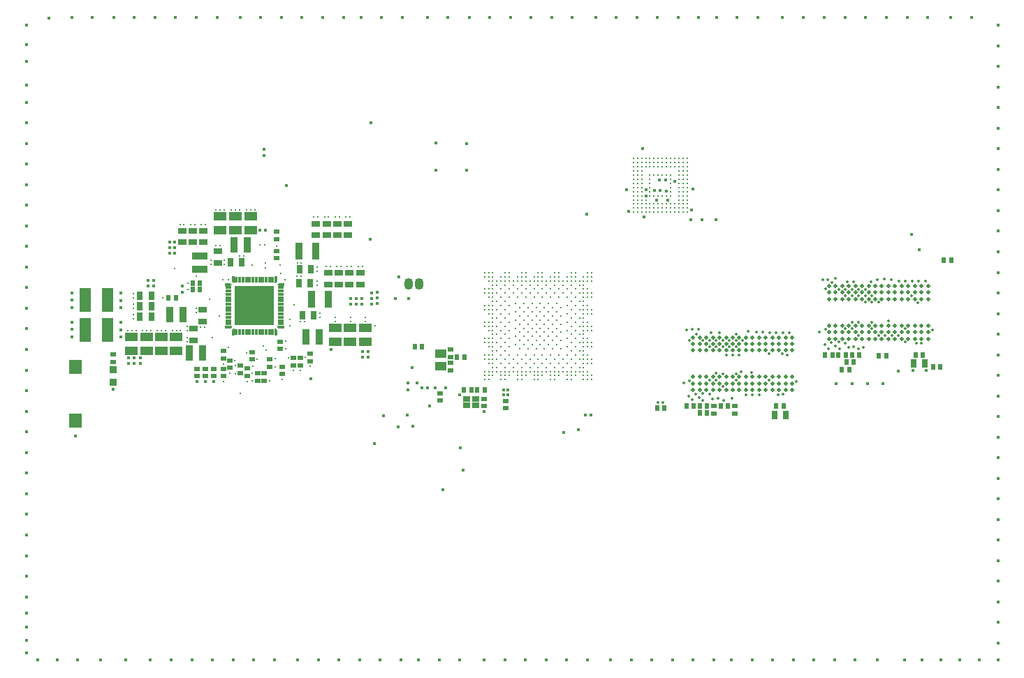
<source format=gts>
G04*
G04 #@! TF.GenerationSoftware,Altium Limited,Altium Designer,24.0.1 (36)*
G04*
G04 Layer_Color=10964583*
%FSLAX43Y43*%
%MOMM*%
G71*
G04*
G04 #@! TF.SameCoordinates,D2B2AA1F-A82D-4DD2-BA18-01BE398CF795*
G04*
G04*
G04 #@! TF.FilePolarity,Negative*
G04*
G01*
G75*
%ADD14R,0.610X0.660*%
%ADD15R,0.610X0.800*%
%ADD16R,0.800X0.610*%
%ADD17C,0.500*%
%ADD18R,1.600X1.700*%
%ADD19C,0.330*%
%ADD20R,0.740X0.990*%
%ADD21R,0.900X0.900*%
%ADD22R,0.900X0.900*%
%ADD23R,0.900X2.100*%
%ADD24R,0.900X1.900*%
%ADD25R,0.800X0.310*%
%ADD26R,0.310X0.800*%
%ADD27R,4.800X4.800*%
%ADD28R,0.650X0.310*%
%ADD29R,0.310X0.650*%
%ADD30R,1.350X1.100*%
%ADD31R,0.825X0.675*%
%ADD32R,1.450X2.900*%
%ADD33R,0.990X0.740*%
%ADD34R,0.660X0.610*%
%ADD35R,1.500X1.000*%
%ADD36R,0.450X0.450*%
%ADD37R,1.900X0.900*%
%ADD38O,1.100X1.400*%
%ADD39C,0.450*%
%ADD40C,0.350*%
%ADD41C,0.300*%
G36*
X25690Y41354D02*
X25699Y41351D01*
X25708Y41347D01*
X25716Y41341D01*
X25722Y41333D01*
X25726Y41324D01*
X25729Y41315D01*
X25730Y41305D01*
Y41245D01*
X25730Y41245D01*
X25730Y41240D01*
X25729Y41235D01*
X25727Y41228D01*
X25726Y41226D01*
X25722Y41217D01*
X25716Y41209D01*
X25566Y41059D01*
X25566Y41059D01*
X25562Y41057D01*
X25558Y41053D01*
X25549Y41049D01*
X25540Y41046D01*
X25530Y41045D01*
X25520Y41046D01*
X25511Y41049D01*
X25502Y41053D01*
X25494Y41059D01*
X25488Y41067D01*
X25484Y41076D01*
X25481Y41085D01*
X25480Y41095D01*
X25480Y41095D01*
Y41305D01*
X25481Y41315D01*
X25484Y41324D01*
X25488Y41333D01*
X25494Y41341D01*
X25502Y41347D01*
X25511Y41351D01*
X25520Y41354D01*
X25530Y41355D01*
X25680D01*
X25690Y41354D01*
D02*
G37*
G36*
X25945Y41030D02*
X26005D01*
X26015Y41029D01*
X26024Y41026D01*
X26033Y41022D01*
X26041Y41016D01*
X26047Y41008D01*
X26051Y40999D01*
X26054Y40990D01*
X26055Y40980D01*
Y40830D01*
X26054Y40820D01*
X26051Y40811D01*
X26047Y40802D01*
X26041Y40794D01*
X26033Y40788D01*
X26024Y40784D01*
X26015Y40781D01*
X26005Y40780D01*
X25795D01*
X25795Y40780D01*
X25785Y40781D01*
X25776Y40784D01*
X25767Y40788D01*
X25759Y40794D01*
X25753Y40802D01*
X25749Y40811D01*
X25746Y40820D01*
X25745Y40830D01*
X25746Y40840D01*
X25749Y40849D01*
X25753Y40858D01*
X25757Y40862D01*
X25759Y40866D01*
X25759Y40866D01*
X25909Y41016D01*
X25917Y41022D01*
X25926Y41026D01*
X25928Y41027D01*
X25935Y41029D01*
X25940Y41030D01*
X25945Y41030D01*
X25945Y41030D01*
D02*
G37*
G36*
X25540Y46554D02*
X25549Y46551D01*
X25558Y46547D01*
X25562Y46543D01*
X25566Y46541D01*
X25566Y46541D01*
X25716Y46391D01*
X25722Y46383D01*
X25726Y46374D01*
X25727Y46372D01*
X25729Y46365D01*
X25730Y46360D01*
X25730Y46355D01*
X25730Y46355D01*
Y46295D01*
X25729Y46285D01*
X25726Y46276D01*
X25722Y46267D01*
X25716Y46259D01*
X25708Y46253D01*
X25699Y46249D01*
X25690Y46246D01*
X25680Y46245D01*
X25530D01*
X25520Y46246D01*
X25511Y46249D01*
X25502Y46253D01*
X25494Y46259D01*
X25488Y46267D01*
X25484Y46276D01*
X25481Y46285D01*
X25480Y46295D01*
Y46505D01*
X25480Y46505D01*
X25481Y46515D01*
X25484Y46524D01*
X25488Y46533D01*
X25494Y46541D01*
X25502Y46547D01*
X25511Y46551D01*
X25520Y46554D01*
X25530Y46555D01*
X25540Y46554D01*
D02*
G37*
G36*
X25795Y46820D02*
X26005D01*
X26015Y46819D01*
X26024Y46816D01*
X26033Y46812D01*
X26041Y46806D01*
X26047Y46798D01*
X26051Y46789D01*
X26054Y46780D01*
X26055Y46770D01*
Y46620D01*
X26054Y46610D01*
X26051Y46601D01*
X26047Y46592D01*
X26041Y46584D01*
X26033Y46578D01*
X26024Y46574D01*
X26015Y46571D01*
X26005Y46570D01*
X25945D01*
X25945Y46570D01*
X25940Y46570D01*
X25935Y46571D01*
X25928Y46573D01*
X25926Y46574D01*
X25917Y46578D01*
X25909Y46584D01*
X25759Y46734D01*
X25759Y46734D01*
X25757Y46738D01*
X25753Y46742D01*
X25749Y46751D01*
X25746Y46760D01*
X25745Y46770D01*
X25746Y46780D01*
X25749Y46789D01*
X25753Y46798D01*
X25759Y46806D01*
X25767Y46812D01*
X25776Y46816D01*
X25785Y46819D01*
X25795Y46820D01*
X25795Y46820D01*
D02*
G37*
G36*
X31060Y41030D02*
X31065Y41029D01*
X31072Y41027D01*
X31074Y41026D01*
X31083Y41022D01*
X31091Y41016D01*
X31241Y40866D01*
X31241Y40866D01*
X31243Y40862D01*
X31247Y40858D01*
X31251Y40849D01*
X31254Y40840D01*
X31255Y40830D01*
X31254Y40820D01*
X31251Y40811D01*
X31247Y40802D01*
X31241Y40794D01*
X31233Y40788D01*
X31224Y40784D01*
X31215Y40781D01*
X31205Y40780D01*
X31205Y40780D01*
X30995D01*
X30985Y40781D01*
X30976Y40784D01*
X30967Y40788D01*
X30959Y40794D01*
X30953Y40802D01*
X30949Y40811D01*
X30946Y40820D01*
X30945Y40830D01*
Y40980D01*
X30946Y40990D01*
X30949Y40999D01*
X30953Y41008D01*
X30959Y41016D01*
X30967Y41022D01*
X30976Y41026D01*
X30985Y41029D01*
X30995Y41030D01*
X31055D01*
X31055Y41030D01*
X31060Y41030D01*
D02*
G37*
G36*
X31480Y41354D02*
X31489Y41351D01*
X31498Y41347D01*
X31506Y41341D01*
X31512Y41333D01*
X31516Y41324D01*
X31519Y41315D01*
X31520Y41305D01*
Y41095D01*
X31520Y41095D01*
X31519Y41085D01*
X31516Y41076D01*
X31512Y41067D01*
X31506Y41059D01*
X31498Y41053D01*
X31489Y41049D01*
X31480Y41046D01*
X31470Y41045D01*
X31460Y41046D01*
X31451Y41049D01*
X31442Y41053D01*
X31438Y41057D01*
X31434Y41059D01*
X31434Y41059D01*
X31284Y41209D01*
X31278Y41217D01*
X31274Y41226D01*
X31273Y41228D01*
X31271Y41235D01*
X31270Y41240D01*
X31270Y41245D01*
X31270Y41245D01*
Y41305D01*
X31271Y41315D01*
X31274Y41324D01*
X31278Y41333D01*
X31284Y41341D01*
X31292Y41347D01*
X31301Y41351D01*
X31310Y41354D01*
X31320Y41355D01*
X31470D01*
X31480Y41354D01*
D02*
G37*
G36*
X31215Y46819D02*
X31224Y46816D01*
X31233Y46812D01*
X31241Y46806D01*
X31247Y46798D01*
X31251Y46789D01*
X31254Y46780D01*
X31255Y46770D01*
X31254Y46760D01*
X31251Y46751D01*
X31247Y46742D01*
X31243Y46738D01*
X31241Y46734D01*
X31241Y46734D01*
X31091Y46584D01*
X31083Y46578D01*
X31074Y46574D01*
X31072Y46573D01*
X31065Y46571D01*
X31060Y46570D01*
X31055Y46570D01*
X31055Y46570D01*
X30995D01*
X30985Y46571D01*
X30976Y46574D01*
X30967Y46578D01*
X30959Y46584D01*
X30953Y46592D01*
X30949Y46601D01*
X30946Y46610D01*
X30945Y46620D01*
Y46770D01*
X30946Y46780D01*
X30949Y46789D01*
X30953Y46798D01*
X30959Y46806D01*
X30967Y46812D01*
X30976Y46816D01*
X30985Y46819D01*
X30995Y46820D01*
X31205D01*
X31205Y46820D01*
X31215Y46819D01*
D02*
G37*
G36*
X31480Y46554D02*
X31489Y46551D01*
X31498Y46547D01*
X31506Y46541D01*
X31512Y46533D01*
X31516Y46524D01*
X31519Y46515D01*
X31520Y46505D01*
X31520Y46505D01*
Y46295D01*
X31519Y46285D01*
X31516Y46276D01*
X31512Y46267D01*
X31506Y46259D01*
X31498Y46253D01*
X31489Y46249D01*
X31480Y46246D01*
X31470Y46245D01*
X31320D01*
X31310Y46246D01*
X31301Y46249D01*
X31292Y46253D01*
X31284Y46259D01*
X31278Y46267D01*
X31274Y46276D01*
X31271Y46285D01*
X31270Y46295D01*
Y46355D01*
X31270Y46355D01*
X31270Y46360D01*
X31271Y46365D01*
X31273Y46372D01*
X31274Y46374D01*
X31278Y46383D01*
X31284Y46391D01*
X31434Y46541D01*
X31434Y46541D01*
X31438Y46543D01*
X31442Y46547D01*
X31451Y46551D01*
X31460Y46554D01*
X31470Y46555D01*
X31480Y46554D01*
D02*
G37*
D14*
X112925Y49305D02*
D03*
X112025D02*
D03*
X100158Y37825D02*
D03*
X99258D02*
D03*
X100908D02*
D03*
X101808D02*
D03*
X108600D02*
D03*
X109500D02*
D03*
X110733Y36350D02*
D03*
X111633D02*
D03*
X77283Y31400D02*
D03*
X78183D02*
D03*
X85007Y31600D02*
D03*
X85907D02*
D03*
X80858D02*
D03*
X81758D02*
D03*
X82458D02*
D03*
X83358D02*
D03*
X92650D02*
D03*
X91750D02*
D03*
X97644Y37817D02*
D03*
X98544D02*
D03*
X20995Y46575D02*
D03*
X21895D02*
D03*
X20995Y45750D02*
D03*
X21895D02*
D03*
X18085Y44800D02*
D03*
X18985D02*
D03*
X54759Y33546D02*
D03*
X53859D02*
D03*
D15*
X100224Y36946D02*
D03*
X101124D02*
D03*
X100608Y36000D02*
D03*
X99708D02*
D03*
X104150Y37725D02*
D03*
X105050D02*
D03*
X83358Y30750D02*
D03*
X82458D02*
D03*
X48805Y38872D02*
D03*
X47905D02*
D03*
X53935Y37575D02*
D03*
X53035D02*
D03*
X56409Y33546D02*
D03*
X55509D02*
D03*
D16*
X84183Y31625D02*
D03*
Y30725D02*
D03*
X86730Y31625D02*
D03*
Y30725D02*
D03*
X31850Y36400D02*
D03*
Y35500D02*
D03*
X31150Y50448D02*
D03*
Y49548D02*
D03*
X21480Y35245D02*
D03*
Y36145D02*
D03*
X22530Y35245D02*
D03*
Y36145D02*
D03*
X23580Y35245D02*
D03*
Y36145D02*
D03*
X31163Y52798D02*
D03*
Y51898D02*
D03*
X11386Y37015D02*
D03*
Y37915D02*
D03*
X58956Y32258D02*
D03*
Y31358D02*
D03*
D17*
X110132Y46200D02*
D03*
Y45400D02*
D03*
Y44600D02*
D03*
Y41400D02*
D03*
Y40600D02*
D03*
Y39800D02*
D03*
X109332Y46200D02*
D03*
Y45400D02*
D03*
Y44600D02*
D03*
Y41400D02*
D03*
Y40600D02*
D03*
Y39800D02*
D03*
X108532Y46200D02*
D03*
Y45400D02*
D03*
Y44600D02*
D03*
Y41400D02*
D03*
Y40600D02*
D03*
Y39800D02*
D03*
X107732Y46200D02*
D03*
Y45400D02*
D03*
Y44600D02*
D03*
Y41400D02*
D03*
Y40600D02*
D03*
Y39800D02*
D03*
X106932Y46200D02*
D03*
Y45400D02*
D03*
Y44600D02*
D03*
Y41400D02*
D03*
Y40600D02*
D03*
Y39800D02*
D03*
X106132Y46200D02*
D03*
Y45400D02*
D03*
Y44600D02*
D03*
Y41400D02*
D03*
Y40600D02*
D03*
Y39800D02*
D03*
X105332Y46200D02*
D03*
Y45400D02*
D03*
Y44600D02*
D03*
Y41400D02*
D03*
Y40600D02*
D03*
Y39800D02*
D03*
X104532Y46200D02*
D03*
Y45400D02*
D03*
Y44600D02*
D03*
Y41400D02*
D03*
Y40600D02*
D03*
Y39800D02*
D03*
X103732Y46200D02*
D03*
Y45400D02*
D03*
Y44600D02*
D03*
Y41400D02*
D03*
Y40600D02*
D03*
Y39800D02*
D03*
X102932Y46200D02*
D03*
Y45400D02*
D03*
Y44600D02*
D03*
Y41400D02*
D03*
Y40600D02*
D03*
Y39800D02*
D03*
X102132Y46200D02*
D03*
Y45400D02*
D03*
Y44600D02*
D03*
Y41400D02*
D03*
Y40600D02*
D03*
Y39800D02*
D03*
X101332Y46200D02*
D03*
Y45400D02*
D03*
Y44600D02*
D03*
Y41400D02*
D03*
Y40600D02*
D03*
Y39800D02*
D03*
X100532Y46200D02*
D03*
Y45400D02*
D03*
Y44600D02*
D03*
Y41400D02*
D03*
Y40600D02*
D03*
Y39800D02*
D03*
X99732Y46200D02*
D03*
Y45400D02*
D03*
Y44600D02*
D03*
Y41400D02*
D03*
Y40600D02*
D03*
Y39800D02*
D03*
X98932Y46200D02*
D03*
Y45400D02*
D03*
Y44600D02*
D03*
Y41400D02*
D03*
Y40600D02*
D03*
Y39800D02*
D03*
X98132Y46200D02*
D03*
Y45400D02*
D03*
Y44600D02*
D03*
Y41400D02*
D03*
Y40600D02*
D03*
Y39800D02*
D03*
X81657Y33575D02*
D03*
Y34375D02*
D03*
Y35175D02*
D03*
Y38375D02*
D03*
Y39175D02*
D03*
Y39975D02*
D03*
X82457Y33575D02*
D03*
Y34375D02*
D03*
Y35175D02*
D03*
Y38375D02*
D03*
Y39175D02*
D03*
Y39975D02*
D03*
X83257Y33575D02*
D03*
Y34375D02*
D03*
Y35175D02*
D03*
Y38375D02*
D03*
Y39175D02*
D03*
Y39975D02*
D03*
X84057Y33575D02*
D03*
Y34375D02*
D03*
Y35175D02*
D03*
Y38375D02*
D03*
Y39175D02*
D03*
Y39975D02*
D03*
X84857Y33575D02*
D03*
Y34375D02*
D03*
Y35175D02*
D03*
Y38375D02*
D03*
Y39175D02*
D03*
Y39975D02*
D03*
X85657Y33575D02*
D03*
Y34375D02*
D03*
Y35175D02*
D03*
Y38375D02*
D03*
Y39175D02*
D03*
Y39975D02*
D03*
X86457Y33575D02*
D03*
Y34375D02*
D03*
Y35175D02*
D03*
Y38375D02*
D03*
Y39175D02*
D03*
Y39975D02*
D03*
X87257Y33575D02*
D03*
Y34375D02*
D03*
Y35175D02*
D03*
Y38375D02*
D03*
Y39175D02*
D03*
Y39975D02*
D03*
X88057Y33575D02*
D03*
Y34375D02*
D03*
Y35175D02*
D03*
Y38375D02*
D03*
Y39175D02*
D03*
Y39975D02*
D03*
X88857Y33575D02*
D03*
Y34375D02*
D03*
Y35175D02*
D03*
Y38375D02*
D03*
Y39175D02*
D03*
Y39975D02*
D03*
X89657Y33575D02*
D03*
Y34375D02*
D03*
Y35175D02*
D03*
Y38375D02*
D03*
Y39175D02*
D03*
Y39975D02*
D03*
X90457Y33575D02*
D03*
Y34375D02*
D03*
Y35175D02*
D03*
Y38375D02*
D03*
Y39175D02*
D03*
Y39975D02*
D03*
X91257Y33575D02*
D03*
Y34375D02*
D03*
Y35175D02*
D03*
Y38375D02*
D03*
Y39175D02*
D03*
Y39975D02*
D03*
X92057Y33575D02*
D03*
Y34375D02*
D03*
Y35175D02*
D03*
Y38375D02*
D03*
Y39175D02*
D03*
Y39975D02*
D03*
X92857Y33575D02*
D03*
Y34375D02*
D03*
Y35175D02*
D03*
Y38375D02*
D03*
Y39175D02*
D03*
Y39975D02*
D03*
X93657Y33575D02*
D03*
Y34375D02*
D03*
Y35175D02*
D03*
Y38375D02*
D03*
Y39175D02*
D03*
Y39975D02*
D03*
D18*
X6795Y36354D02*
D03*
Y29854D02*
D03*
D19*
X74425Y55155D02*
D03*
Y55655D02*
D03*
Y56155D02*
D03*
Y56655D02*
D03*
Y57155D02*
D03*
Y57655D02*
D03*
Y58155D02*
D03*
Y58655D02*
D03*
Y59155D02*
D03*
Y59655D02*
D03*
Y60155D02*
D03*
Y60655D02*
D03*
Y61155D02*
D03*
Y61655D02*
D03*
X74925Y55155D02*
D03*
Y55655D02*
D03*
Y56155D02*
D03*
Y56655D02*
D03*
Y57155D02*
D03*
Y57655D02*
D03*
Y58155D02*
D03*
Y58655D02*
D03*
Y59155D02*
D03*
Y59655D02*
D03*
Y60155D02*
D03*
Y60655D02*
D03*
Y61155D02*
D03*
Y61655D02*
D03*
X75425Y55155D02*
D03*
Y55655D02*
D03*
Y56155D02*
D03*
Y56655D02*
D03*
Y57155D02*
D03*
Y57655D02*
D03*
Y58155D02*
D03*
Y58655D02*
D03*
Y59155D02*
D03*
Y59655D02*
D03*
Y60155D02*
D03*
Y60655D02*
D03*
Y61155D02*
D03*
Y61655D02*
D03*
X75925Y55155D02*
D03*
Y55655D02*
D03*
Y56155D02*
D03*
Y56655D02*
D03*
Y60655D02*
D03*
Y61155D02*
D03*
Y61655D02*
D03*
X76425Y55155D02*
D03*
Y55655D02*
D03*
Y56155D02*
D03*
Y57155D02*
D03*
Y57655D02*
D03*
Y58155D02*
D03*
Y58655D02*
D03*
Y59155D02*
D03*
Y59655D02*
D03*
Y60655D02*
D03*
Y61155D02*
D03*
Y61655D02*
D03*
X76925Y55155D02*
D03*
Y55655D02*
D03*
Y56155D02*
D03*
Y57155D02*
D03*
Y59655D02*
D03*
Y60655D02*
D03*
Y61155D02*
D03*
Y61655D02*
D03*
X77425Y55155D02*
D03*
Y55655D02*
D03*
Y56155D02*
D03*
Y57155D02*
D03*
Y59655D02*
D03*
Y60655D02*
D03*
Y61155D02*
D03*
Y61655D02*
D03*
X77925Y55155D02*
D03*
Y55655D02*
D03*
Y56155D02*
D03*
Y57155D02*
D03*
Y59655D02*
D03*
Y60655D02*
D03*
Y61155D02*
D03*
Y61655D02*
D03*
X78425Y55155D02*
D03*
Y55655D02*
D03*
Y56155D02*
D03*
Y57155D02*
D03*
Y59655D02*
D03*
Y60655D02*
D03*
Y61155D02*
D03*
Y61655D02*
D03*
X78925Y55155D02*
D03*
Y55655D02*
D03*
Y56155D02*
D03*
Y57155D02*
D03*
Y57655D02*
D03*
Y58155D02*
D03*
Y58655D02*
D03*
Y59155D02*
D03*
Y59655D02*
D03*
Y60655D02*
D03*
Y61155D02*
D03*
Y61655D02*
D03*
X79425Y55155D02*
D03*
Y55655D02*
D03*
Y56155D02*
D03*
Y60655D02*
D03*
Y61155D02*
D03*
Y61655D02*
D03*
X79925Y55155D02*
D03*
Y55655D02*
D03*
Y56155D02*
D03*
Y56655D02*
D03*
Y57155D02*
D03*
Y57655D02*
D03*
Y58155D02*
D03*
Y58655D02*
D03*
Y59155D02*
D03*
Y59655D02*
D03*
Y60155D02*
D03*
Y60655D02*
D03*
Y61155D02*
D03*
Y61655D02*
D03*
X80425Y55155D02*
D03*
Y55655D02*
D03*
Y56155D02*
D03*
Y56655D02*
D03*
Y57155D02*
D03*
Y57655D02*
D03*
Y58155D02*
D03*
Y58655D02*
D03*
Y59155D02*
D03*
Y59655D02*
D03*
Y60155D02*
D03*
Y60655D02*
D03*
Y61155D02*
D03*
Y61655D02*
D03*
X80925Y55155D02*
D03*
Y55655D02*
D03*
Y56155D02*
D03*
Y56655D02*
D03*
Y57155D02*
D03*
Y57655D02*
D03*
Y58155D02*
D03*
Y58655D02*
D03*
Y59155D02*
D03*
Y59655D02*
D03*
Y60155D02*
D03*
Y60655D02*
D03*
Y61155D02*
D03*
Y61655D02*
D03*
X62875Y46825D02*
D03*
X65375Y47825D02*
D03*
X56875Y40825D02*
D03*
X64375Y47325D02*
D03*
X56375Y39325D02*
D03*
X65375Y36825D02*
D03*
X63875Y36325D02*
D03*
X64375Y35825D02*
D03*
X60875Y34825D02*
D03*
X60375Y46825D02*
D03*
Y47325D02*
D03*
X60625Y40575D02*
D03*
X63125Y41075D02*
D03*
X62625Y41575D02*
D03*
X64125Y41075D02*
D03*
X62125D02*
D03*
X61125D02*
D03*
X60125D02*
D03*
X61625Y41575D02*
D03*
X60625D02*
D03*
X63625D02*
D03*
X64625D02*
D03*
X65625D02*
D03*
X65125Y41075D02*
D03*
X63125Y40075D02*
D03*
Y39075D02*
D03*
X62625Y40575D02*
D03*
Y39575D02*
D03*
Y38575D02*
D03*
X63125Y42075D02*
D03*
Y43075D02*
D03*
Y44075D02*
D03*
X62625Y42575D02*
D03*
Y43575D02*
D03*
X64125Y44075D02*
D03*
X65125D02*
D03*
X63625Y43575D02*
D03*
X64625D02*
D03*
X65625D02*
D03*
X64125Y43075D02*
D03*
X65125D02*
D03*
X63625Y42575D02*
D03*
X64625D02*
D03*
X65625D02*
D03*
X64125Y42075D02*
D03*
X65125D02*
D03*
X62125D02*
D03*
X61125D02*
D03*
X60125D02*
D03*
X61625Y42575D02*
D03*
X60625D02*
D03*
X62125Y43075D02*
D03*
X61125D02*
D03*
X60125D02*
D03*
X61625Y43575D02*
D03*
X62125Y44075D02*
D03*
X61125D02*
D03*
X60625Y43575D02*
D03*
X60125Y44075D02*
D03*
X63625Y40575D02*
D03*
X64625D02*
D03*
X65625D02*
D03*
X64125Y40075D02*
D03*
X65125D02*
D03*
X63625Y39575D02*
D03*
X64625D02*
D03*
X65625D02*
D03*
X64125Y39075D02*
D03*
X65125D02*
D03*
X63625Y38575D02*
D03*
X64625D02*
D03*
X65625D02*
D03*
X61625D02*
D03*
X60625D02*
D03*
X62125Y39075D02*
D03*
X61125D02*
D03*
X60125D02*
D03*
X61625Y39575D02*
D03*
X60625D02*
D03*
X62125Y40075D02*
D03*
X61125D02*
D03*
X60125D02*
D03*
X61625Y40575D02*
D03*
X66375Y37825D02*
D03*
X65375D02*
D03*
X64375D02*
D03*
X63375D02*
D03*
X62375D02*
D03*
X61375D02*
D03*
X60375D02*
D03*
X59375D02*
D03*
Y44825D02*
D03*
X60375D02*
D03*
X61375D02*
D03*
X62375D02*
D03*
X63375D02*
D03*
X64375D02*
D03*
X65375D02*
D03*
X66375D02*
D03*
X68875Y37825D02*
D03*
X68375D02*
D03*
X67375D02*
D03*
X58375D02*
D03*
X57375D02*
D03*
X56875D02*
D03*
X56375D02*
D03*
X68375Y38325D02*
D03*
X67875D02*
D03*
X66875D02*
D03*
X57875D02*
D03*
X57375D02*
D03*
X68875Y38825D02*
D03*
X68375D02*
D03*
X67375D02*
D03*
X58375D02*
D03*
X57375D02*
D03*
X56875D02*
D03*
X68875Y39325D02*
D03*
X68375D02*
D03*
X67875D02*
D03*
X66875D02*
D03*
X57875D02*
D03*
X57375D02*
D03*
X56875D02*
D03*
X68875Y39825D02*
D03*
X68375D02*
D03*
X67375D02*
D03*
X58375D02*
D03*
X57375D02*
D03*
X56875D02*
D03*
X56375D02*
D03*
X68875Y40825D02*
D03*
X68375D02*
D03*
X67375D02*
D03*
X58375D02*
D03*
X57375D02*
D03*
X68875Y41325D02*
D03*
X68375D02*
D03*
X67875D02*
D03*
X66875D02*
D03*
X57875D02*
D03*
X57375D02*
D03*
X56875D02*
D03*
X56375D02*
D03*
X68875Y41825D02*
D03*
X68375D02*
D03*
X67375D02*
D03*
X58375D02*
D03*
X57375D02*
D03*
X56875D02*
D03*
X56375D02*
D03*
X68375Y42325D02*
D03*
X67875D02*
D03*
X66875D02*
D03*
X57875D02*
D03*
X57375D02*
D03*
X68875Y43825D02*
D03*
X68375D02*
D03*
X67375D02*
D03*
X58375D02*
D03*
X57375D02*
D03*
X56875D02*
D03*
X56375D02*
D03*
X68875Y44825D02*
D03*
X68375D02*
D03*
X67375D02*
D03*
X58375D02*
D03*
X57375D02*
D03*
X56875D02*
D03*
Y47825D02*
D03*
X57375D02*
D03*
X58875D02*
D03*
X59375D02*
D03*
X60875D02*
D03*
X61375D02*
D03*
X62875D02*
D03*
X63375D02*
D03*
X64875D02*
D03*
X66875D02*
D03*
X67375D02*
D03*
X68875D02*
D03*
X56375D02*
D03*
X56875Y47325D02*
D03*
X57375D02*
D03*
X58375D02*
D03*
X58875D02*
D03*
X59375D02*
D03*
X60875D02*
D03*
X61375D02*
D03*
X62375D02*
D03*
X62875D02*
D03*
X63375D02*
D03*
X64875D02*
D03*
X65375D02*
D03*
X66375D02*
D03*
X66875D02*
D03*
X67375D02*
D03*
X68375D02*
D03*
X68875D02*
D03*
X56375D02*
D03*
X56875Y46825D02*
D03*
X57375D02*
D03*
X57875D02*
D03*
X58375D02*
D03*
X58875D02*
D03*
X59375D02*
D03*
X59875D02*
D03*
X60875D02*
D03*
X61375D02*
D03*
X61875D02*
D03*
X62375D02*
D03*
X63375D02*
D03*
X63875D02*
D03*
X64375D02*
D03*
X64875D02*
D03*
X65375D02*
D03*
X65875D02*
D03*
X66375D02*
D03*
X66875D02*
D03*
X67375D02*
D03*
X67875D02*
D03*
X68375D02*
D03*
X68875D02*
D03*
X57375Y46325D02*
D03*
X57875D02*
D03*
X58875D02*
D03*
X59875D02*
D03*
X60875D02*
D03*
X61875D02*
D03*
X62875D02*
D03*
X63875D02*
D03*
X64875D02*
D03*
X65875D02*
D03*
X66875D02*
D03*
X67875D02*
D03*
X68375D02*
D03*
X56375Y45825D02*
D03*
X56875D02*
D03*
X57375D02*
D03*
X58375D02*
D03*
X67375D02*
D03*
X68375D02*
D03*
X68875D02*
D03*
X56375Y45325D02*
D03*
X56875D02*
D03*
X57375D02*
D03*
X57875D02*
D03*
X67875D02*
D03*
X68375D02*
D03*
X68875D02*
D03*
X59375Y45825D02*
D03*
X60375D02*
D03*
X61375D02*
D03*
X62375D02*
D03*
X63375D02*
D03*
X64375D02*
D03*
X65375D02*
D03*
X66375D02*
D03*
X66875Y45325D02*
D03*
X57375Y44325D02*
D03*
X57875D02*
D03*
X66875D02*
D03*
X67875D02*
D03*
X68375D02*
D03*
X56375Y43325D02*
D03*
X56875D02*
D03*
X57375D02*
D03*
X57875D02*
D03*
X66875D02*
D03*
X67875D02*
D03*
X68375D02*
D03*
X68875D02*
D03*
X56875Y42825D02*
D03*
X57375D02*
D03*
X58375D02*
D03*
X67375D02*
D03*
X68375D02*
D03*
X68875D02*
D03*
X57375Y40325D02*
D03*
X57875D02*
D03*
X66875D02*
D03*
X67875D02*
D03*
X68375D02*
D03*
X56375Y37325D02*
D03*
X56875D02*
D03*
X57375D02*
D03*
X57875D02*
D03*
X58875D02*
D03*
X59875D02*
D03*
X60875D02*
D03*
X61875D02*
D03*
X62875D02*
D03*
X63875D02*
D03*
X64875D02*
D03*
X65875D02*
D03*
X66875D02*
D03*
X67875D02*
D03*
X68375D02*
D03*
X68875D02*
D03*
X56875Y36825D02*
D03*
X57375D02*
D03*
X58375D02*
D03*
X59375D02*
D03*
X60375D02*
D03*
X61375D02*
D03*
X62375D02*
D03*
X63375D02*
D03*
X64375D02*
D03*
X66375D02*
D03*
X67375D02*
D03*
X68375D02*
D03*
X68875D02*
D03*
X57375Y36325D02*
D03*
X57875D02*
D03*
X58875D02*
D03*
X59875D02*
D03*
X60875D02*
D03*
X61875D02*
D03*
X62875D02*
D03*
X64875D02*
D03*
X65875D02*
D03*
X66875D02*
D03*
X67875D02*
D03*
X68375D02*
D03*
X56375Y35825D02*
D03*
X56875D02*
D03*
X57375D02*
D03*
X57875D02*
D03*
X58375D02*
D03*
X58875D02*
D03*
X59375D02*
D03*
X59875D02*
D03*
X60375D02*
D03*
X60875D02*
D03*
X61375D02*
D03*
X61875D02*
D03*
X62375D02*
D03*
X62875D02*
D03*
X63375D02*
D03*
X63875D02*
D03*
X64875D02*
D03*
X65375D02*
D03*
X65875D02*
D03*
X66375D02*
D03*
X66875D02*
D03*
X67375D02*
D03*
X67875D02*
D03*
X68375D02*
D03*
X68875D02*
D03*
X56375Y35325D02*
D03*
X56875D02*
D03*
X57375D02*
D03*
X58375D02*
D03*
X58875D02*
D03*
X59375D02*
D03*
X60375D02*
D03*
X60875D02*
D03*
X61375D02*
D03*
X62375D02*
D03*
X62875D02*
D03*
X63375D02*
D03*
X64375D02*
D03*
X64875D02*
D03*
X65375D02*
D03*
X66375D02*
D03*
X66875D02*
D03*
X67375D02*
D03*
X68375D02*
D03*
X68875D02*
D03*
X69375Y38825D02*
D03*
Y39325D02*
D03*
Y40825D02*
D03*
Y41325D02*
D03*
Y44825D02*
D03*
Y47825D02*
D03*
Y47325D02*
D03*
Y46825D02*
D03*
Y45325D02*
D03*
Y43325D02*
D03*
Y42825D02*
D03*
Y37325D02*
D03*
Y36825D02*
D03*
Y35325D02*
D03*
X56375Y34825D02*
D03*
X56875D02*
D03*
X58375D02*
D03*
X62375D02*
D03*
X62875D02*
D03*
X64375D02*
D03*
X66875D02*
D03*
X68375D02*
D03*
X68875D02*
D03*
X69375D02*
D03*
X58875Y45325D02*
D03*
X59875D02*
D03*
X60875D02*
D03*
X61875D02*
D03*
X62875D02*
D03*
X63875D02*
D03*
X64875D02*
D03*
X65875D02*
D03*
X58875Y44325D02*
D03*
X59375Y43825D02*
D03*
X66375D02*
D03*
X58875Y43325D02*
D03*
X59375Y42825D02*
D03*
X66375D02*
D03*
X58875Y42325D02*
D03*
X59375Y41825D02*
D03*
X58875Y41325D02*
D03*
X66375Y40825D02*
D03*
Y41825D02*
D03*
X59375Y40825D02*
D03*
X58875Y40325D02*
D03*
X59375Y39825D02*
D03*
X66375D02*
D03*
X58875Y39325D02*
D03*
X59375Y38825D02*
D03*
X66375D02*
D03*
X58875Y38325D02*
D03*
X58875Y34825D02*
D03*
X60375D02*
D03*
X64875Y34825D02*
D03*
X66375D02*
D03*
D20*
X109750Y36825D02*
D03*
X108350D02*
D03*
X92899Y30550D02*
D03*
X91499D02*
D03*
X25550Y49075D02*
D03*
X26950D02*
D03*
X35325Y48225D02*
D03*
X33925D02*
D03*
X35275Y46575D02*
D03*
X33875D02*
D03*
X14575Y43750D02*
D03*
X15975D02*
D03*
X35697Y42625D02*
D03*
X34297D02*
D03*
X14575Y45050D02*
D03*
X15975D02*
D03*
X14575Y42450D02*
D03*
X15975D02*
D03*
D21*
X11386Y36022D02*
D03*
D22*
Y34522D02*
D03*
D23*
X35425Y44600D02*
D03*
X37425D02*
D03*
X33915Y50450D02*
D03*
X35915D02*
D03*
D24*
X20600Y38050D02*
D03*
X22200D02*
D03*
X27595Y51175D02*
D03*
X25995D02*
D03*
X19825Y42700D02*
D03*
X18225D02*
D03*
X34700Y40000D02*
D03*
X36300D02*
D03*
D25*
X25330Y42400D02*
D03*
X31670Y45200D02*
D03*
Y44800D02*
D03*
Y44000D02*
D03*
Y43600D02*
D03*
Y43200D02*
D03*
Y42400D02*
D03*
Y42000D02*
D03*
X25330Y45200D02*
D03*
Y44800D02*
D03*
Y44000D02*
D03*
Y43600D02*
D03*
Y42800D02*
D03*
X31670Y46000D02*
D03*
X25330D02*
D03*
X31670Y41600D02*
D03*
X25330Y42000D02*
D03*
Y41600D02*
D03*
Y44400D02*
D03*
X31670Y42800D02*
D03*
X25330Y43200D02*
D03*
X31670Y44400D02*
D03*
Y45600D02*
D03*
X25330D02*
D03*
D26*
X26700Y40630D02*
D03*
X30700D02*
D03*
X29100D02*
D03*
X29500D02*
D03*
X29900D02*
D03*
X28300D02*
D03*
X27900D02*
D03*
X27500D02*
D03*
X27100D02*
D03*
X26300D02*
D03*
X29900Y46970D02*
D03*
X29500D02*
D03*
X29100D02*
D03*
X28700D02*
D03*
X28300D02*
D03*
X27500D02*
D03*
X27100D02*
D03*
X26300D02*
D03*
X30300D02*
D03*
X30700D02*
D03*
X27900D02*
D03*
X26700D02*
D03*
X30300Y40630D02*
D03*
X28700D02*
D03*
D27*
X28500Y43800D02*
D03*
D28*
X31745Y41200D02*
D03*
Y46400D02*
D03*
X25255D02*
D03*
Y41200D02*
D03*
D29*
X31100Y47045D02*
D03*
X25900D02*
D03*
X31100Y40555D02*
D03*
X25900D02*
D03*
D30*
X51059Y36475D02*
D03*
Y37975D02*
D03*
D31*
X55284Y31760D02*
D03*
X54234D02*
D03*
Y32510D02*
D03*
X55284D02*
D03*
D32*
X10686Y40906D02*
D03*
X7936D02*
D03*
X10686Y44468D02*
D03*
X7936D02*
D03*
D33*
X22300Y52925D02*
D03*
Y51525D02*
D03*
X39775Y53775D02*
D03*
Y52375D02*
D03*
X38500Y53775D02*
D03*
Y52375D02*
D03*
X37225Y53775D02*
D03*
Y52375D02*
D03*
X24025Y50425D02*
D03*
Y49025D02*
D03*
X40000Y47800D02*
D03*
Y46400D02*
D03*
X41300Y47800D02*
D03*
Y46400D02*
D03*
X38700Y47800D02*
D03*
Y46400D02*
D03*
X37400Y47800D02*
D03*
Y46400D02*
D03*
X21100Y41025D02*
D03*
Y39625D02*
D03*
X35950Y53775D02*
D03*
Y52375D02*
D03*
X22175Y41900D02*
D03*
Y43300D02*
D03*
X21000Y52925D02*
D03*
Y51525D02*
D03*
X19700Y52925D02*
D03*
Y51525D02*
D03*
D34*
X31625Y38570D02*
D03*
Y39470D02*
D03*
X52285Y38475D02*
D03*
Y37575D02*
D03*
X56293Y31610D02*
D03*
Y32510D02*
D03*
X28850Y35580D02*
D03*
Y34680D02*
D03*
X34025Y36590D02*
D03*
Y37490D02*
D03*
X33200Y36590D02*
D03*
Y37490D02*
D03*
X35250Y37965D02*
D03*
Y37065D02*
D03*
X29675Y35580D02*
D03*
Y34680D02*
D03*
X30350Y36420D02*
D03*
Y37320D02*
D03*
X28175Y37270D02*
D03*
Y38170D02*
D03*
X27600Y36200D02*
D03*
Y35300D02*
D03*
X26775Y36510D02*
D03*
Y35610D02*
D03*
X25500Y37175D02*
D03*
Y36275D02*
D03*
X24725Y38320D02*
D03*
Y37420D02*
D03*
X24727Y35245D02*
D03*
Y36145D02*
D03*
X52285Y35950D02*
D03*
Y36850D02*
D03*
X51000Y32300D02*
D03*
Y33200D02*
D03*
D35*
X40100Y39400D02*
D03*
Y41100D02*
D03*
X41900Y39400D02*
D03*
Y41100D02*
D03*
X38300Y39400D02*
D03*
Y41100D02*
D03*
X24300Y52950D02*
D03*
Y54650D02*
D03*
X28000Y52950D02*
D03*
Y54650D02*
D03*
X26150Y52950D02*
D03*
Y54650D02*
D03*
X19000Y38323D02*
D03*
Y40023D02*
D03*
X17200Y38323D02*
D03*
Y40023D02*
D03*
X13600Y38323D02*
D03*
Y40023D02*
D03*
X15400Y38323D02*
D03*
Y40023D02*
D03*
D36*
X58683Y33002D02*
D03*
X59233D02*
D03*
X58683Y33572D02*
D03*
X59233D02*
D03*
D37*
X21850Y48275D02*
D03*
Y49875D02*
D03*
D38*
X47175Y46475D02*
D03*
X48425D02*
D03*
D39*
X2175Y830D02*
D03*
X4600D02*
D03*
X7050D02*
D03*
X9875D02*
D03*
X12900D02*
D03*
X15825D02*
D03*
X825Y1625D02*
D03*
Y3225D02*
D03*
Y4775D02*
D03*
Y6500D02*
D03*
X3600Y78750D02*
D03*
X825Y77825D02*
D03*
Y75500D02*
D03*
Y70575D02*
D03*
X95000Y78775D02*
D03*
X92500D02*
D03*
X115411D02*
D03*
X112911D02*
D03*
X110086D02*
D03*
X97586D02*
D03*
X100086D02*
D03*
X102586D02*
D03*
X105086D02*
D03*
X107586D02*
D03*
X51925D02*
D03*
X49425D02*
D03*
X89486D02*
D03*
X86986D02*
D03*
X84486D02*
D03*
X79836D02*
D03*
X77336D02*
D03*
X74836D02*
D03*
X72336D02*
D03*
X69836D02*
D03*
X82336D02*
D03*
X67011D02*
D03*
X54511D02*
D03*
X57011D02*
D03*
X59511D02*
D03*
X62011D02*
D03*
X64511D02*
D03*
X21436D02*
D03*
X18936D02*
D03*
X16436D02*
D03*
X13936D02*
D03*
X11436D02*
D03*
X23936D02*
D03*
X39261D02*
D03*
X26761D02*
D03*
X29261D02*
D03*
X31761D02*
D03*
X34261D02*
D03*
X36761D02*
D03*
X41411D02*
D03*
X43911D02*
D03*
X46411D02*
D03*
X28386Y830D02*
D03*
X25886D02*
D03*
X23386D02*
D03*
X20886D02*
D03*
X18386D02*
D03*
X30886D02*
D03*
X46211D02*
D03*
X33711D02*
D03*
X36211D02*
D03*
X38711D02*
D03*
X41211D02*
D03*
X43711D02*
D03*
X48361D02*
D03*
X50861D02*
D03*
X53361D02*
D03*
X107300D02*
D03*
X104000Y805D02*
D03*
X101286D02*
D03*
X96311Y830D02*
D03*
X93811D02*
D03*
X91311D02*
D03*
X88811D02*
D03*
X86311D02*
D03*
X98811D02*
D03*
X81661D02*
D03*
X79161D02*
D03*
X76661D02*
D03*
X74161D02*
D03*
X71661D02*
D03*
X84161D02*
D03*
X118625Y2850D02*
D03*
Y5350D02*
D03*
Y7850D02*
D03*
Y10350D02*
D03*
Y12850D02*
D03*
X109425Y830D02*
D03*
X111725D02*
D03*
X113975D02*
D03*
X116325D02*
D03*
X118625D02*
D03*
Y15350D02*
D03*
Y32850D02*
D03*
Y35350D02*
D03*
Y37850D02*
D03*
Y40350D02*
D03*
Y42850D02*
D03*
Y17850D02*
D03*
Y20350D02*
D03*
Y22850D02*
D03*
Y25350D02*
D03*
Y27850D02*
D03*
Y30350D02*
D03*
Y45350D02*
D03*
Y62850D02*
D03*
Y65350D02*
D03*
Y67850D02*
D03*
Y70350D02*
D03*
Y72850D02*
D03*
Y47850D02*
D03*
Y50350D02*
D03*
Y52850D02*
D03*
Y55350D02*
D03*
Y57850D02*
D03*
Y60350D02*
D03*
Y77850D02*
D03*
Y75350D02*
D03*
X825Y23475D02*
D03*
Y25975D02*
D03*
Y28475D02*
D03*
Y30975D02*
D03*
Y33475D02*
D03*
Y8475D02*
D03*
Y10975D02*
D03*
Y13475D02*
D03*
Y15975D02*
D03*
Y18475D02*
D03*
Y20975D02*
D03*
Y35975D02*
D03*
Y73500D02*
D03*
Y66000D02*
D03*
Y68500D02*
D03*
X6350Y78775D02*
D03*
X8850D02*
D03*
X6800Y27975D02*
D03*
X23575Y34600D02*
D03*
X42656Y44024D02*
D03*
X37800Y38525D02*
D03*
X53329Y32955D02*
D03*
X47189Y44713D02*
D03*
X21490Y34600D02*
D03*
X22500D02*
D03*
X42575Y65995D02*
D03*
X50389Y33869D02*
D03*
X68777Y54958D02*
D03*
X109050Y50575D02*
D03*
X49725Y31600D02*
D03*
X47672Y29202D02*
D03*
X48200Y34420D02*
D03*
X47112Y33546D02*
D03*
X46975Y30500D02*
D03*
X47125Y34425D02*
D03*
X47625Y36300D02*
D03*
X50450Y60275D02*
D03*
Y63575D02*
D03*
X45995Y47305D02*
D03*
X53800Y23875D02*
D03*
X53467Y26550D02*
D03*
X51350Y21475D02*
D03*
X54175Y63500D02*
D03*
X54195Y60275D02*
D03*
X42252Y38285D02*
D03*
X41577D02*
D03*
X14637Y36823D02*
D03*
X13912D02*
D03*
X14637Y37498D02*
D03*
X13912D02*
D03*
X13187D02*
D03*
Y36823D02*
D03*
X19700Y46198D02*
D03*
X16298Y46890D02*
D03*
X15623D02*
D03*
X16298Y46165D02*
D03*
X15623D02*
D03*
X18850Y51523D02*
D03*
Y50848D02*
D03*
Y50173D02*
D03*
X18175D02*
D03*
Y50848D02*
D03*
Y51523D02*
D03*
X19702Y45473D02*
D03*
X42535Y51865D02*
D03*
X29100Y52950D02*
D03*
X29780D02*
D03*
X42656Y45374D02*
D03*
Y44699D02*
D03*
X43326Y44729D02*
D03*
Y45404D02*
D03*
X41473Y44713D02*
D03*
X40798D02*
D03*
X40123D02*
D03*
Y44038D02*
D03*
X40798D02*
D03*
X41473D02*
D03*
X43326Y44054D02*
D03*
X35350Y34945D02*
D03*
X42252Y37560D02*
D03*
X41577D02*
D03*
X32365Y58430D02*
D03*
X45533Y44683D02*
D03*
X12276Y44465D02*
D03*
X12251Y41802D02*
D03*
Y40902D02*
D03*
X12276Y45365D02*
D03*
X6348Y43576D02*
D03*
Y40914D02*
D03*
Y44476D02*
D03*
X12276Y43565D02*
D03*
X6348Y45376D02*
D03*
Y40014D02*
D03*
X11387Y33647D02*
D03*
X12251Y40002D02*
D03*
X6348Y41814D02*
D03*
X44087Y30462D02*
D03*
X43063Y27050D02*
D03*
X45909Y29117D02*
D03*
X29631Y62047D02*
D03*
X29642Y62800D02*
D03*
X108125Y52475D02*
D03*
X109950Y35925D02*
D03*
X108275D02*
D03*
X106525Y35900D02*
D03*
X98950Y34375D02*
D03*
X104675D02*
D03*
X102775D02*
D03*
X100900D02*
D03*
X84406Y54265D02*
D03*
X81406D02*
D03*
X82774D02*
D03*
X75500Y62900D02*
D03*
X73575Y57875D02*
D03*
X73884Y55227D02*
D03*
X56293Y30993D02*
D03*
X825Y51000D02*
D03*
Y48500D02*
D03*
Y46000D02*
D03*
Y43500D02*
D03*
Y41000D02*
D03*
Y38500D02*
D03*
Y63500D02*
D03*
Y61000D02*
D03*
Y58500D02*
D03*
Y56000D02*
D03*
Y53500D02*
D03*
X68836Y830D02*
D03*
X56336D02*
D03*
X58836D02*
D03*
X61336D02*
D03*
X63836D02*
D03*
X66336D02*
D03*
X51631Y33875D02*
D03*
X49475Y33855D02*
D03*
X48806D02*
D03*
X77675Y57800D02*
D03*
X81600Y57950D02*
D03*
X69284Y30569D02*
D03*
X65956Y28400D02*
D03*
X67730Y28759D02*
D03*
X68584Y30569D02*
D03*
X81475Y55405D02*
D03*
X78550Y56630D02*
D03*
X77250D02*
D03*
X76975Y57805D02*
D03*
X75925Y57145D02*
D03*
Y57880D02*
D03*
X78350Y59055D02*
D03*
X77575Y59080D02*
D03*
X79450Y58930D02*
D03*
X78375Y57705D02*
D03*
X75675Y54605D02*
D03*
D40*
X103182Y46700D02*
D03*
X84459Y38795D02*
D03*
X93332Y40550D02*
D03*
X81213Y34700D02*
D03*
X102534Y45820D02*
D03*
X100932D02*
D03*
X83657Y38795D02*
D03*
X83849Y40500D02*
D03*
X91982Y32975D02*
D03*
X92532Y40550D02*
D03*
X91729D02*
D03*
X103992Y46992D02*
D03*
X97707Y45850D02*
D03*
X98882Y47094D02*
D03*
X100333Y46689D02*
D03*
X99332Y45800D02*
D03*
X98500Y46631D02*
D03*
X97982Y46962D02*
D03*
X101130Y46724D02*
D03*
X97382Y46962D02*
D03*
X94157Y34625D02*
D03*
X80907Y40894D02*
D03*
X84457Y35577D02*
D03*
X86857Y35575D02*
D03*
X85257Y35575D02*
D03*
X86457Y37827D02*
D03*
X85682D02*
D03*
X87182D02*
D03*
X81507Y40925D02*
D03*
X82332D02*
D03*
X88307Y40715D02*
D03*
X103332Y45020D02*
D03*
X108132Y45000D02*
D03*
X80508Y34420D02*
D03*
X104792Y47037D02*
D03*
X108910Y44200D02*
D03*
X106582Y46800D02*
D03*
X93032Y37850D02*
D03*
X81232Y39625D02*
D03*
X89333Y40650D02*
D03*
X105333Y41950D02*
D03*
X109807Y46775D02*
D03*
X107332Y39425D02*
D03*
X108732Y39275D02*
D03*
X92432Y37950D02*
D03*
X105704Y47005D02*
D03*
X84032Y32500D02*
D03*
X88732Y35725D02*
D03*
X82407Y32675D02*
D03*
X88057Y33025D02*
D03*
X108182Y46800D02*
D03*
X100507Y38725D02*
D03*
X101732Y41795D02*
D03*
X110677Y40875D02*
D03*
X104933Y40202D02*
D03*
X98882Y38900D02*
D03*
X87657Y39595D02*
D03*
X86857Y38795D02*
D03*
X77432Y32048D02*
D03*
X82858Y32275D02*
D03*
X85257Y38795D02*
D03*
X101733Y45000D02*
D03*
X84883Y40525D02*
D03*
X81566Y32386D02*
D03*
X85357Y32325D02*
D03*
X99382Y38550D02*
D03*
X100132Y45020D02*
D03*
X98082Y38600D02*
D03*
X83657Y34775D02*
D03*
X103332Y44220D02*
D03*
X90857Y37995D02*
D03*
X86857Y39595D02*
D03*
X85237Y33975D02*
D03*
X105732Y40200D02*
D03*
X106532D02*
D03*
X101732Y45800D02*
D03*
X88857Y33025D02*
D03*
X85257Y39595D02*
D03*
X101732Y38550D02*
D03*
X100132Y41000D02*
D03*
X86057Y39595D02*
D03*
X84657Y32575D02*
D03*
X82057Y40375D02*
D03*
X104132Y44220D02*
D03*
X101732Y40200D02*
D03*
X98432Y39324D02*
D03*
X90932Y40550D02*
D03*
X86057Y38795D02*
D03*
X84457Y39595D02*
D03*
X82857Y39575D02*
D03*
X108982Y46800D02*
D03*
X100132Y39275D02*
D03*
X89657Y33025D02*
D03*
X100932Y41000D02*
D03*
X86907Y40400D02*
D03*
X107332Y41000D02*
D03*
X100132Y45820D02*
D03*
X97682Y40925D02*
D03*
X86357Y32550D02*
D03*
X81957Y33099D02*
D03*
X81157Y32825D02*
D03*
X90857Y34775D02*
D03*
X101132Y38800D02*
D03*
X109332Y39275D02*
D03*
X103332Y41005D02*
D03*
X102532Y44220D02*
D03*
X100932Y45020D02*
D03*
X99332Y39400D02*
D03*
X83657Y39595D02*
D03*
X104132Y40200D02*
D03*
X102332Y38775D02*
D03*
X92582Y33075D02*
D03*
X84457Y34790D02*
D03*
X102532Y45020D02*
D03*
X96982Y40650D02*
D03*
X87457Y35750D02*
D03*
X86857Y34775D02*
D03*
X83657Y33050D02*
D03*
X82857Y33195D02*
D03*
X103332Y41795D02*
D03*
X97632Y39050D02*
D03*
X107382Y46800D02*
D03*
X100932Y41795D02*
D03*
X90133Y40575D02*
D03*
X78032Y32048D02*
D03*
D41*
X28240Y35580D02*
D03*
X15926Y40798D02*
D03*
X15425D02*
D03*
X17726D02*
D03*
X17225D02*
D03*
X16724D02*
D03*
X14924D02*
D03*
X29568Y38952D02*
D03*
X20325Y40750D02*
D03*
X19526Y40798D02*
D03*
X19025D02*
D03*
X18524D02*
D03*
X20325Y39400D02*
D03*
Y39900D02*
D03*
X24725Y36760D02*
D03*
X26110Y37175D02*
D03*
X23410Y39977D02*
D03*
X25335Y38737D02*
D03*
X28300Y36460D02*
D03*
X29870Y38377D02*
D03*
X27565Y38110D02*
D03*
X34025Y35990D02*
D03*
X33200Y35930D02*
D03*
X32235Y38570D02*
D03*
X30985Y36420D02*
D03*
X28785Y37270D02*
D03*
X41904Y41900D02*
D03*
X36420Y42875D02*
D03*
X41904Y42401D02*
D03*
X43100Y41400D02*
D03*
X38304Y41900D02*
D03*
X26850Y42150D02*
D03*
X34125Y47350D02*
D03*
X33625D02*
D03*
X32170Y46930D02*
D03*
X33675Y49000D02*
D03*
X34175D02*
D03*
X38450Y48575D02*
D03*
X38950D02*
D03*
X37150D02*
D03*
X37650D02*
D03*
X36050Y46825D02*
D03*
X36075Y47975D02*
D03*
Y48475D02*
D03*
X36050Y46325D02*
D03*
X13850Y45300D02*
D03*
Y44800D02*
D03*
Y44000D02*
D03*
X20385Y45750D02*
D03*
Y46575D02*
D03*
X21400Y43525D02*
D03*
X17395Y44790D02*
D03*
X13850Y43500D02*
D03*
X19951Y53623D02*
D03*
X19450D02*
D03*
X18850Y48290D02*
D03*
X27524Y55425D02*
D03*
X28025D02*
D03*
X28526D02*
D03*
X25674D02*
D03*
X26175D02*
D03*
X26676D02*
D03*
X24826D02*
D03*
X24325D02*
D03*
X21251Y53623D02*
D03*
X20750D02*
D03*
X22551D02*
D03*
X22050D02*
D03*
X24276Y51123D02*
D03*
X23775D02*
D03*
X23824Y55425D02*
D03*
X24675Y46975D02*
D03*
X25325D02*
D03*
X30150Y45450D02*
D03*
Y43800D02*
D03*
X28500D02*
D03*
X23008Y44625D02*
D03*
X21450Y47348D02*
D03*
X26850Y43800D02*
D03*
Y45450D02*
D03*
X39525Y54575D02*
D03*
X40025D02*
D03*
X41050Y48575D02*
D03*
X41550D02*
D03*
X39750D02*
D03*
X40250D02*
D03*
X23250Y48800D02*
D03*
Y49300D02*
D03*
X31670Y47700D02*
D03*
X29800Y48400D02*
D03*
X28225Y48775D02*
D03*
X31575Y48773D02*
D03*
X24850Y49323D02*
D03*
X26675Y49850D02*
D03*
X27175D02*
D03*
X24850Y48823D02*
D03*
X29100Y51225D02*
D03*
X29763D02*
D03*
X29784Y49027D02*
D03*
X31150Y51033D02*
D03*
X38250Y54575D02*
D03*
X38750D02*
D03*
X36975D02*
D03*
X37475D02*
D03*
X35700D02*
D03*
X36200D02*
D03*
X33280Y43875D02*
D03*
X30960Y37380D02*
D03*
X32235Y39530D02*
D03*
X26165Y36510D02*
D03*
X31850Y34840D02*
D03*
X28240Y34680D02*
D03*
X30285D02*
D03*
X26165Y35550D02*
D03*
X27600Y34640D02*
D03*
X25500Y35610D02*
D03*
X24722Y34610D02*
D03*
X28500Y42150D02*
D03*
X13850Y42200D02*
D03*
X21924Y41202D02*
D03*
X22425D02*
D03*
X21400Y43025D02*
D03*
X13850Y42700D02*
D03*
X20325Y41250D02*
D03*
X14126Y40798D02*
D03*
X13625D02*
D03*
X30150Y42150D02*
D03*
X24188Y42562D02*
D03*
X36420Y42375D02*
D03*
X40104Y42401D02*
D03*
Y41900D02*
D03*
X38304Y42401D02*
D03*
X34635Y37550D02*
D03*
X32590Y37490D02*
D03*
X34575Y41850D02*
D03*
X34075D02*
D03*
X32815Y41397D02*
D03*
X32772Y42100D02*
D03*
X35245Y36460D02*
D03*
X13124Y40798D02*
D03*
X26800Y33125D02*
D03*
X29325Y44625D02*
D03*
X27675D02*
D03*
X28500Y45450D02*
D03*
X29325Y42975D02*
D03*
X27675D02*
D03*
M02*

</source>
